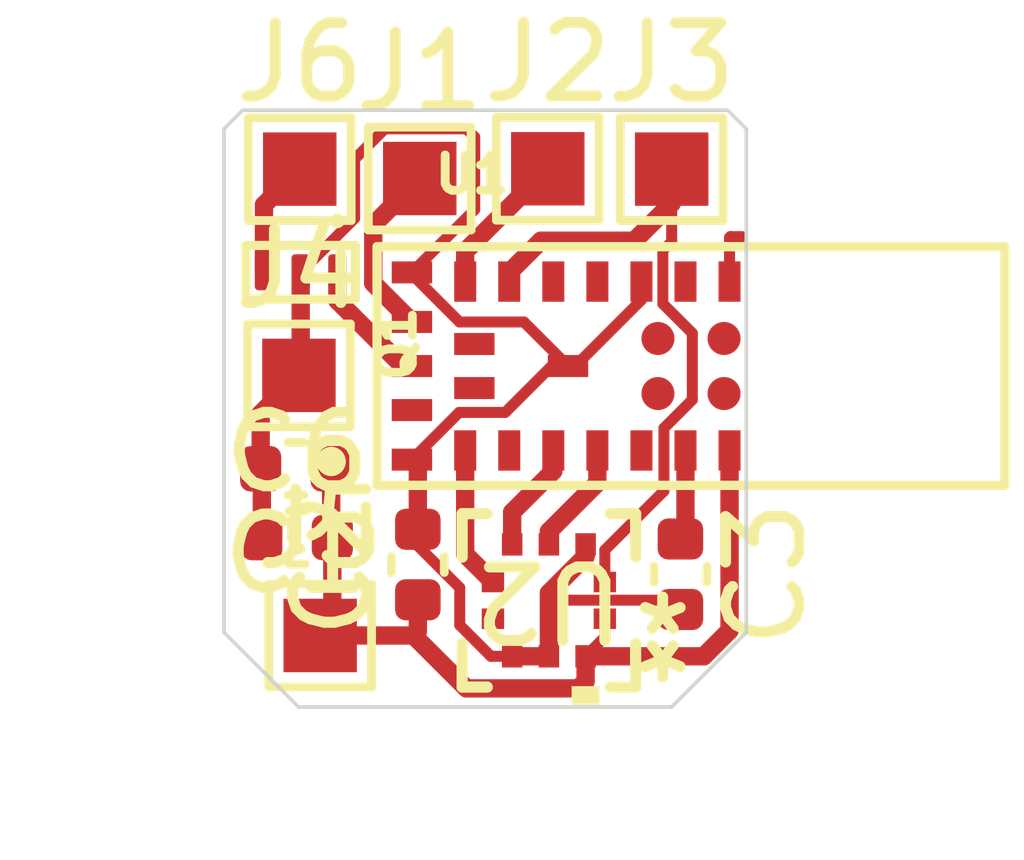
<source format=kicad_pcb>
(kicad_pcb (version 20241229) (generator "pcbnew") (generator_version "9.0")
  (layers (0 "F.Cu" signal) (2 "B.Cu" signal) (13 "F.Paste" user) (15 "B.Paste" user) (5 "F.SilkS" user "F.Silkscreen") (7 "B.SilkS" user "B.Silkscreen") (1 "F.Mask" user) (3 "B.Mask" user) (25 "Edge.Cuts" user))
  (net 0 "")
  (net 1 "Net-(J4-Pin_1)")
  (net 2 "Net-(J5-Pin_1)")
  (net 3 "Net-(U1-DEC4)")
  (net 4 "Net-(J1-Pin_1)")
  (net 5 "Net-(J2-Pin_1)")
  (net 6 "Net-(J3-Pin_1)")
  (net 7 "Net-(J6-Pin_1)")
  (net 8 "Net-(Q1-G)")
  (net 17 "unconnected-(U1-OUT_ANT-Pad11)")
  (net 20 "Net-(U1-P0.01{slash}XL2)")
  (net 22 "Net-(U1-P0.06)")
  (net 25 "Net-(U1-P0.00{slash}XL1)")
  (net 26 "Net-(U2-VDDIO)")
  (footprint "TestPoint:TestPoint_Pad_1.0x1.0mm" (layer "F.Cu") (at 103.925282 78.019406)
    (property "Reference" "J5" (at 0 -1.448 0) (layer "F.SilkS"))
    (property "Value" "VDD")
    (fp_line (start -0.7 -0.7) (end 0.7 -0.7) (stroke (width 0.12)) (layer "F.SilkS"))
    (fp_line (start -0.7 0.7) (end -0.7 -0.7) (stroke (width 0.12)) (layer "F.SilkS"))
    (fp_line (start 0.7 -0.7) (end 0.7 0.7) (stroke (width 0.12)) (layer "F.SilkS"))
    (fp_line (start 0.7 0.7) (end -0.7 0.7) (stroke (width 0.12)) (layer "F.SilkS"))
    (pad "1" smd rect (at 0 0) (size 1 1) (layers "F.Cu" "F.Mask") (net 2 "Net-(J5-Pin_1)"))
  )
  (footprint "Capacitor_SMD:C_0402_1005Metric" (layer "F.Cu") (at 108.830905 77.185346 -90)
    (property "Reference" "C3" (at 0 -1.16 90) (layer "F.SilkS"))
    (property "Value" "1uF_0402")
    (fp_line (start -0.107836 0.36) (end 0.107836 0.36) (stroke (width 0.12)) (layer "F.SilkS"))
    (fp_line (start -0.107836 -0.36) (end 0.107836 -0.36) (stroke (width 0.12)) (layer "F.SilkS"))
    (pad "1" smd roundrect (at -0.48 0 270) (size 0.56 0.62) (layers "F.Cu" "F.Mask" "F.Paste") (net 3 "Net-(U1-DEC4)"))
    (pad "2" smd roundrect (at 0.48 0 270) (size 0.56 0.62) (layers "F.Cu" "F.Mask" "F.Paste") (net 1 "Net-(J4-Pin_1)"))
  )
  (footprint "footprints:LGA10_2.0X2.0X0.95_BOS" (layer "F.Cu") (at 107.039898 77.541132 180)
    (property "Reference" "U2" (at 0 0 180) (layer "F.SilkS"))
    (property "Value" "BMP384")
    (fp_line (start 1.1811 1.1811) (end 1.1811 0.588664) (stroke (width 0.1524)) (layer "F.SilkS"))
    (fp_line (start 1.1811 -0.588664) (end 1.1811 -1.1811) (stroke (width 0.1524)) (layer "F.SilkS"))
    (fp_line (start 1.1811 -1.1811) (end 0.838664 -1.1811) (stroke (width 0.1524)) (layer "F.SilkS"))
    (fp_line (start 0.838664 1.1811) (end 1.1811 1.1811) (stroke (width 0.1524)) (layer "F.SilkS"))
    (fp_line (start -0.838664 -1.1811) (end -1.1811 -1.1811) (stroke (width 0.1524)) (layer "F.SilkS"))
    (fp_line (start -1.1811 1.1811) (end -0.838664 1.1811) (stroke (width 0.1524)) (layer "F.SilkS"))
    (fp_line (start -1.1811 0.588664) (end -1.1811 1.1811) (stroke (width 0.1524)) (layer "F.SilkS"))
    (fp_line (start -1.1811 -1.1811) (end -1.1811 -0.588664) (stroke (width 0.1524)) (layer "F.SilkS"))
    (fp_poly (pts (xy -0.690499 -1.1684) (xy -0.690499 -1.4224) (xy -0.309499 -1.4224) (xy -0.309499 -1.1684)) (fill yes) (layer "F.SilkS"))
    (fp_text user "*" (at -1.5494 -0.5 0) (layer "F.SilkS"))
    (fp_text user "*" (at -1.5494 -0.5 180) (layer "F.SilkS"))
    (pad "1" smd rect (at -0.762 -0.25 270) (size 0.2794 0.3048) (layers "F.Cu" "F.Mask" "F.Paste") (net 26 "Net-(U2-VDDIO)"))
    (pad "2" smd rect (at -0.762 0.25 270) (size 0.2794 0.3048) (layers "F.Cu" "F.Mask" "F.Paste") (net 6 "Net-(J3-Pin_1)"))
    (pad "3" smd rect (at -0.499999 0.762 180) (size 0.2794 0.3048) (layers "F.Cu" "F.Mask" "F.Paste") (net 1 "Net-(J4-Pin_1)"))
    (pad "4" smd rect (at 0 0.762 180) (size 0.2794 0.3048) (layers "F.Cu" "F.Mask" "F.Paste") (net 20 "Net-(U1-P0.01{slash}XL2)"))
    (pad "5" smd rect (at 0.499999 0.762 180) (size 0.2794 0.3048) (layers "F.Cu" "F.Mask" "F.Paste") (net 25 "Net-(U1-P0.00{slash}XL1)"))
    (pad "6" smd rect (at 0.762 0.25 270) (size 0.2794 0.3048) (layers "F.Cu" "F.Mask" "F.Paste") (net 22 "Net-(U1-P0.06)"))
    (pad "7" smd rect (at 0.762 -0.25 270) (size 0.2794 0.3048) (layers "F.Cu" "F.Mask" "F.Paste"))
    (pad "8" smd rect (at 0.499999 -0.762 180) (size 0.2794 0.3048) (layers "F.Cu" "F.Mask" "F.Paste") (net 1 "Net-(J4-Pin_1)"))
    (pad "9" smd rect (at 0 -0.762 180) (size 0.2794 0.3048) (layers "F.Cu" "F.Mask" "F.Paste") (net 1 "Net-(J4-Pin_1)"))
    (pad "10" smd rect (at -0.499999 -0.762 180) (size 0.2794 0.3048) (layers "F.Cu" "F.Mask" "F.Paste") (net 2 "Net-(J5-Pin_1)"))
  )
  (footprint "Capacitor_SMD:C_0402_1005Metric" (layer "F.Cu") (at 103.61078 76.685853)
    (property "Reference" "C6" (at 0 -1.16 0) (layer "F.SilkS"))
    (property "Value" "100nF")
    (fp_line (start -0.107836 -0.36) (end 0.107836 -0.36) (stroke (width 0.12)) (layer "F.SilkS"))
    (fp_line (start -0.107836 0.36) (end 0.107836 0.36) (stroke (width 0.12)) (layer "F.SilkS"))
    (pad "1" smd roundrect (at -0.48 0) (size 0.56 0.62) (layers "F.Cu" "F.Mask" "F.Paste") (net 1 "Net-(J4-Pin_1)"))
    (pad "2" smd roundrect (at 0.48 0) (size 0.56 0.62) (layers "F.Cu" "F.Mask" "F.Paste") (net 2 "Net-(J5-Pin_1)"))
  )
  (footprint "TestPoint:TestPoint_Pad_1.0x1.0mm" (layer "F.Cu") (at 103.647128 71.668605)
    (property "Reference" "J6" (at 0 -1.448 0) (layer "F.SilkS"))
    (property "Value" "LED_DRAIN")
    (fp_line (start -0.7 -0.7) (end 0.7 -0.7) (stroke (width 0.12)) (layer "F.SilkS"))
    (fp_line (start -0.7 0.7) (end -0.7 -0.7) (stroke (width 0.12)) (layer "F.SilkS"))
    (fp_line (start 0.7 -0.7) (end 0.7 0.7) (stroke (width 0.12)) (layer "F.SilkS"))
    (fp_line (start 0.7 0.7) (end -0.7 0.7) (stroke (width 0.12)) (layer "F.SilkS"))
    (pad "1" smd rect (at 0 0) (size 1 1) (layers "F.Cu" "F.Mask") (net 7 "Net-(J6-Pin_1)"))
  )
  (footprint "TestPoint:TestPoint_Pad_1.0x1.0mm" (layer "F.Cu") (at 105.281186 71.796801)
    (property "Reference" "J1" (at 0 -1.448 0) (layer "F.SilkS"))
    (property "Value" "RESET")
    (fp_line (start -0.7 -0.7) (end 0.7 -0.7) (stroke (width 0.12)) (layer "F.SilkS"))
    (fp_line (start -0.7 0.7) (end -0.7 -0.7) (stroke (width 0.12)) (layer "F.SilkS"))
    (fp_line (start 0.7 -0.7) (end 0.7 0.7) (stroke (width 0.12)) (layer "F.SilkS"))
    (fp_line (start 0.7 0.7) (end -0.7 0.7) (stroke (width 0.12)) (layer "F.SilkS"))
    (pad "1" smd rect (at 0 0) (size 1 1) (layers "F.Cu" "F.Mask") (net 4 "Net-(J1-Pin_1)"))
  )
  (footprint "EYSHSNZWZ:XCVR_EYSHSNZWZ" (layer "F.Cu") (at 108.975 74.35)
    (property "Reference" "U1" (at -2.98092 -2.609104 0) (layer "F.SilkS") (effects (font (size 0.480794 0.480794))))
    (property "Value" "EYSHSNZWZ_module_stub")
    (fp_line (start -4.275 -1.625) (end 4.275 -1.625) (stroke (width 0.127)) (layer "F.SilkS"))
    (fp_line (start -4.275 1.625) (end -4.275 -1.625) (stroke (width 0.127)) (layer "F.SilkS"))
    (fp_line (start 4.275 -1.625) (end 4.275 1.625) (stroke (width 0.127)) (layer "F.SilkS"))
    (fp_line (start 4.275 1.625) (end -4.275 1.625) (stroke (width 0.127)) (layer "F.SilkS"))
    (fp_circle (center -4.9 1.3) (end -4.8 1.3) (stroke (width 0.2)) (fill no) (layer "F.SilkS"))
    (pad "1" smd rect (at -3.8 1.275) (size 0.55 0.3) (layers "F.Cu" "F.Mask") (net 1 "Net-(J4-Pin_1)"))
    (pad "2" smd rect (at -3.075 1.15) (size 0.3 0.55) (layers "F.Cu" "F.Mask") (net 22 "Net-(U1-P0.06)"))
    (pad "3" smd rect (at -2.475 1.15) (size 0.3 0.55) (layers "F.Cu" "F.Mask"))
    (pad "4" smd rect (at -1.875 1.15) (size 0.3 0.55) (layers "F.Cu" "F.Mask") (net 25 "Net-(U1-P0.00{slash}XL1)"))
    (pad "5" smd rect (at -1.275 1.15) (size 0.3 0.55) (layers "F.Cu" "F.Mask") (net 20 "Net-(U1-P0.01{slash}XL2)"))
    (pad "6" smd rect (at -0.675 1.15) (size 0.3 0.55) (layers "F.Cu" "F.Mask"))
    (pad "7" smd rect (at -0.075 1.15) (size 0.3 0.55) (layers "F.Cu" "F.Mask") (net 3 "Net-(U1-DEC4)"))
    (pad "8" smd rect (at 0.525 1.15) (size 0.3 0.55) (layers "F.Cu" "F.Mask") (net 2 "Net-(J5-Pin_1)"))
    (pad "9" smd circle (at 0.45 0.375) (size 0.45 0.45) (layers "F.Cu" "F.Mask"))
    (pad "10" smd circle (at 0.45 -0.375) (size 0.45 0.45) (layers "F.Cu" "F.Mask"))
    (pad "11" smd rect (at 0.525 -1.15) (size 0.3 0.55) (layers "F.Cu" "F.Mask") (net 17 "unconnected-(U1-OUT_ANT-Pad11)"))
    (pad "12" smd rect (at -0.075 -1.15) (size 0.3 0.55) (layers "F.Cu" "F.Mask"))
    (pad "13" smd rect (at -0.675 -1.15) (size 0.3 0.55) (layers "F.Cu" "F.Mask") (net 1 "Net-(J4-Pin_1)"))
    (pad "14" smd rect (at -1.275 -1.15) (size 0.3 0.55) (layers "F.Cu" "F.Mask"))
    (pad "15" smd rect (at -1.875 -1.15) (size 0.3 0.55) (layers "F.Cu" "F.Mask"))
    (pad "16" smd rect (at -2.475 -1.15) (size 0.3 0.55) (layers "F.Cu" "F.Mask") (net 6 "Net-(J3-Pin_1)"))
    (pad "17" smd rect (at -3.075 -1.15) (size 0.3 0.55) (layers "F.Cu" "F.Mask") (net 5 "Net-(J2-Pin_1)"))
    (pad "18" smd rect (at -3.8 -1.275) (size 0.55 0.3) (layers "F.Cu" "F.Mask") (net 1 "Net-(J4-Pin_1)"))
    (pad "19" smd rect (at -3.8 -0.6) (size 0.55 0.3) (layers "F.Cu" "F.Mask") (net 4 "Net-(J1-Pin_1)"))
    (pad "20" smd rect (at -3.8 0) (size 0.55 0.3) (layers "F.Cu" "F.Mask") (net 8 "Net-(Q1-G)"))
    (pad "21" smd rect (at -3.8 0.6) (size 0.55 0.3) (layers "F.Cu" "F.Mask"))
    (pad "22" smd rect (at -2.95 0.3) (size 0.55 0.3) (layers "F.Cu" "F.Mask"))
    (pad "23" smd circle (at -0.45 0.375) (size 0.45 0.45) (layers "F.Cu" "F.Mask"))
    (pad "24" smd circle (at -0.45 -0.375) (size 0.45 0.45) (layers "F.Cu" "F.Mask"))
    (pad "25" smd rect (at -2.95 -0.3) (size 0.55 0.3) (layers "F.Cu" "F.Mask"))
    (pad "26" smd rect (at -1.675 0) (size 0.55 0.3) (layers "F.Cu" "F.Mask") (net 1 "Net-(J4-Pin_1)"))
  )
  (footprint "TestPoint:TestPoint_Pad_1.0x1.0mm" (layer "F.Cu") (at 107.024773 71.663823)
    (property "Reference" "J2" (at 0 -1.448 0) (layer "F.SilkS"))
    (property "Value" "SWDIO")
    (fp_line (start -0.7 -0.7) (end 0.7 -0.7) (stroke (width 0.12)) (layer "F.SilkS"))
    (fp_line (start -0.7 0.7) (end -0.7 -0.7) (stroke (width 0.12)) (layer "F.SilkS"))
    (fp_line (start 0.7 -0.7) (end 0.7 0.7) (stroke (width 0.12)) (layer "F.SilkS"))
    (fp_line (start 0.7 0.7) (end -0.7 0.7) (stroke (width 0.12)) (layer "F.SilkS"))
    (pad "1" smd rect (at 0 0) (size 1 1) (layers "F.Cu" "F.Mask") (net 5 "Net-(J2-Pin_1)"))
  )
  (footprint "CSD13385F5:TRANS_CSD13385F5" (layer "F.Cu") (at 103.659905 73.073171 -90)
    (property "Reference" "Q1" (at 0.974 -1.3048 90) (layer "F.SilkS") (effects (font (size 0.48 0.48))))
    (property "Value" "CSD13385F5")
    (fp_line (start -0.365 0.745) (end -0.365 -0.745) (stroke (width 0.125)) (layer "F.SilkS"))
    (fp_line (start 0.365 0.745) (end -0.365 0.745) (stroke (width 0.125)) (layer "F.SilkS"))
    (fp_line (start -0.365 -0.745) (end 0.365 -0.745) (stroke (width 0.125)) (layer "F.SilkS"))
    (fp_line (start 0.365 -0.745) (end 0.365 0.745) (stroke (width 0.125)) (layer "F.SilkS"))
    (fp_circle (center -0.7 -0.5) (end -0.65 -0.5) (stroke (width 0.1)) (fill no) (layer "F.SilkS"))
    (pad "1" smd roundrect (at 0 -0.5 270) (size 0.49 0.25) (layers "F.Cu") (roundrect_rratio 0.2) (net 8 "Net-(Q1-G)"))
    (pad "2" smd roundrect (at 0 0 270) (size 0.49 0.25) (layers "F.Cu") (roundrect_rratio 0.2) (net 1 "Net-(J4-Pin_1)"))
    (pad "3" smd roundrect (at 0 0.5 270) (size 0.49 0.25) (layers "F.Cu") (roundrect_rratio 0.2) (net 7 "Net-(J6-Pin_1)"))
  )
  (footprint "TestPoint:TestPoint_Pad_1.0x1.0mm" (layer "F.Cu") (at 108.712 71.668605)
    (property "Reference" "J3" (at 0 -1.448 0) (layer "F.SilkS"))
    (property "Value" "SWDCLK")
    (fp_line (start -0.7 -0.7) (end 0.7 -0.7) (stroke (width 0.12)) (layer "F.SilkS"))
    (fp_line (start -0.7 0.7) (end -0.7 -0.7) (stroke (width 0.12)) (layer "F.SilkS"))
    (fp_line (start 0.7 -0.7) (end 0.7 0.7) (stroke (width 0.12)) (layer "F.SilkS"))
    (fp_line (start 0.7 0.7) (end -0.7 0.7) (stroke (width 0.12)) (layer "F.SilkS"))
    (pad "1" smd rect (at 0 0) (size 1 1) (layers "F.Cu" "F.Mask") (net 6 "Net-(J3-Pin_1)"))
  )
  (footprint "TestPoint:TestPoint_Pad_1.0x1.0mm" (layer "F.Cu") (at 103.63598 74.477736)
    (property "Reference" "J4" (at 0 -1.448 0) (layer "F.SilkS"))
    (property "Value" "GND")
    (fp_line (start -0.7 -0.7) (end 0.7 -0.7) (stroke (width 0.12)) (layer "F.SilkS"))
    (fp_line (start -0.7 0.7) (end -0.7 -0.7) (stroke (width 0.12)) (layer "F.SilkS"))
    (fp_line (start 0.7 -0.7) (end 0.7 0.7) (stroke (width 0.12)) (layer "F.SilkS"))
    (fp_line (start 0.7 0.7) (end -0.7 0.7) (stroke (width 0.12)) (layer "F.SilkS"))
    (pad "1" smd rect (at 0 0) (size 1 1) (layers "F.Cu" "F.Mask") (net 1 "Net-(J4-Pin_1)"))
  )
  (footprint "Capacitor_SMD:C_0402_1005Metric" (layer "F.Cu") (at 103.595 75.75 180)
    (property "Reference" "C1" (at 0 -1.16 0) (layer "F.SilkS"))
    (property "Value" "4.7uF_X5R")
    (fp_line (start -0.107836 0.36) (end 0.107836 0.36) (stroke (width 0.12)) (layer "F.SilkS"))
    (fp_line (start -0.107836 -0.36) (end 0.107836 -0.36) (stroke (width 0.12)) (layer "F.SilkS"))
    (pad "1" smd roundrect (at -0.48 0 180) (size 0.56 0.62) (layers "F.Cu" "F.Mask" "F.Paste") (net 2 "Net-(J5-Pin_1)"))
    (pad "2" smd roundrect (at 0.48 0 180) (size 0.56 0.62) (layers "F.Cu" "F.Mask" "F.Paste") (net 1 "Net-(J4-Pin_1)"))
  )
  (footprint "Capacitor_SMD:C_0402_1005Metric" (layer "F.Cu") (at 105.255263 77.053434 90)
    (property "Reference" "C2" (at 0 -1.16 90) (layer "F.SilkS"))
    (property "Value" "0.1uF_X5R")
    (fp_line (start -0.107836 -0.36) (end 0.107836 -0.36) (stroke (width 0.12)) (layer "F.SilkS"))
    (fp_line (start -0.107836 0.36) (end 0.107836 0.36) (stroke (width 0.12)) (layer "F.SilkS"))
    (pad "1" smd roundrect (at -0.48 0 90) (size 0.56 0.62) (layers "F.Cu" "F.Mask" "F.Paste") (net 2 "Net-(J5-Pin_1)"))
    (pad "2" smd roundrect (at 0.48 0 90) (size 0.56 0.62) (layers "F.Cu" "F.Mask" "F.Paste") (net 1 "Net-(J4-Pin_1)"))
  )
  (gr_line (start 109.728 77.978) (end 108.712 78.994) (stroke (width 0.05)) (layer "Edge.Cuts"))
  (gr_line (start 102.616 71.12) (end 102.87 70.866) (stroke (width 0.05)) (layer "Edge.Cuts"))
  (gr_line (start 103.632 78.994) (end 108.712 78.994) (stroke (width 0.05)) (layer "Edge.Cuts"))
  (gr_line (start 109.474 70.866) (end 109.728 71.12) (stroke (width 0.05)) (layer "Edge.Cuts"))
  (gr_line (start 102.616 77.978) (end 102.616 71.12) (stroke (width 0.05)) (layer "Edge.Cuts"))
  (gr_line (start 102.87 70.866) (end 109.474 70.866) (stroke (width 0.05)) (layer "Edge.Cuts"))
  (gr_line (start 109.728 77.978) (end 109.728 71.12) (stroke (width 0.05)) (layer "Edge.Cuts"))
  (gr_line (start 102.616 77.978) (end 103.632 78.994) (stroke (width 0.05)) (layer "Edge.Cuts"))
  (segment (start 105.817908 74.982092) (end 106.445238 74.982092) (width 0.15) (layer "F.Cu") (net 1))
  (segment (start 107.539897 76.941071) (end 107.039898 77.44107) (width 0.25) (layer "F.Cu") (net 1))
  (segment (start 107.07733 74.35) (end 106.445238 74.982092) (width 0.15) (layer "F.Cu") (net 1))
  (segment (start 107.039898 77.44107) (end 107.039898 77.525705) (width 0.15) (layer "F.Cu") (net 1))
  (segment (start 103.13078 76.685853) (end 103.13078 75.76578) (width 0.25) (layer "F.Cu") (net 1))
  (segment (start 107.3 74.35) (end 107.07733 74.35) (width 0.15) (layer "F.Cu") (net 1))
  (segment (start 103.659905 74.453811) (end 103.63598 74.477736) (width 0.25) (layer "F.Cu") (net 1))
  (segment (start 106.029296 71.231296) (end 105.918 71.12) (width 0.15) (layer "F.Cu") (net 1))
  (segment (start 105.825713 77.878646) (end 106.250199 78.303132) (width 0.15) (layer "F.Cu") (net 1))
  (segment (start 106.250199 78.303132) (end 106.539899 78.303132) (width 0.15) (layer "F.Cu") (net 1))
  (segment (start 107.4 74.35) (end 108.3 73.45) (width 0.15) (layer "F.Cu") (net 1))
  (segment (start 103.115 74.998716) (end 103.63598 74.477736) (width 0.25) (layer "F.Cu") (net 1))
  (segment (start 105.825713 77.369065) (end 105.825713 77.878646) (width 0.15) (layer "F.Cu") (net 1))
  (segment (start 107.039898 78.303132) (end 106.539899 78.303132) (width 0.25) (layer "F.Cu") (net 1))
  (segment (start 106.7 73.75) (end 105.822716 73.75) (width 0.15) (layer "F.Cu") (net 1))
  (segment (start 105.255263 76.573434) (end 105.255263 75.705263) (width 0.25) (layer "F.Cu") (net 1))
  (segment (start 108.3 73.45) (end 108.3 73.2) (width 0.15) (layer "F.Cu") (net 1))
  (segment (start 107.039898 77.44107) (end 107.039898 78.303132) (width 0.25) (layer "F.Cu") (net 1))
  (segment (start 105.255263 75.705263) (end 105.175 75.625) (width 0.25) (layer "F.Cu") (net 1))
  (segment (start 103.659905 73.073171) (end 103.659905 74.453811) (width 0.25) (layer "F.Cu") (net 1))
  (segment (start 105.175 75.625) (end 105.817908 74.982092) (width 0.15) (layer "F.Cu") (net 1))
  (segment (start 105.175 73.102284) (end 105.175 73.075) (width 0.15) (layer "F.Cu") (net 1))
  (segment (start 103.115 75.75) (end 103.115 74.998716) (width 0.25) (layer "F.Cu") (net 1))
  (segment (start 104.394 71.531987) (end 104.394 72.339076) (width 0.15) (layer "F.Cu") (net 1))
  (segment (start 105.918 71.12) (end 104.805987 71.12) (width 0.15) (layer "F.Cu") (net 1))
  (segment (start 107.539897 76.779132) (end 107.539897 76.941071) (width 0.25) (layer "F.Cu") (net 1))
  (segment (start 105.255263 76.573434) (end 105.255263 76.798615) (width 0.15) (layer "F.Cu") (net 1))
  (segment (start 104.805987 71.12) (end 104.394 71.531987) (width 0.15) (layer "F.Cu") (net 1))
  (segment (start 105.822716 73.75) (end 105.175 73.102284) (width 0.15) (layer "F.Cu") (net 1))
  (segment (start 108.704553 77.538994) (end 107.137822 77.538994) (width 0.15) (layer "F.Cu") (net 1))
  (segment (start 107.3 74.35) (end 106.7 73.75) (width 0.15) (layer "F.Cu") (net 1))
  (segment (start 103.13078 75.76578) (end 103.115 75.75) (width 0.25) (layer "F.Cu") (net 1))
  (segment (start 106.029296 72.220704) (end 106.029296 71.231296) (width 0.15) (layer "F.Cu") (net 1))
  (segment (start 105.255263 76.798615) (end 105.825713 77.369065) (width 0.15) (layer "F.Cu") (net 1))
  (segment (start 107.3 74.35) (end 107.4 74.35) (width 0.15) (layer "F.Cu") (net 1))
  (segment (start 108.830905 77.665346) (end 108.704553 77.538994) (width 0.15) (layer "F.Cu") (net 1))
  (segment (start 105.175 73.075) (end 106.029296 72.220704) (width 0.15) (layer "F.Cu") (net 1))
  (segment (start 104.394 72.339076) (end 103.659905 73.073171) (width 0.15) (layer "F.Cu") (net 1))
  (segment (start 107.137822 77.538994) (end 107.039898 77.44107) (width 0.15) (layer "F.Cu") (net 1))
  (segment (start 103.925282 78.019406) (end 105.197406 78.019406) (width 0.25) (layer "F.Cu") (net 2))
  (segment (start 107.801898 78.041131) (end 107.539897 78.303132) (width 0.15) (layer "F.Cu") (net 2))
  (segment (start 107.442 78.74) (end 107.539897 78.642103) (width 0.25) (layer "F.Cu") (net 2))
  (segment (start 107.801898 77.791132) (end 107.801898 78.041131) (width 0.15) (layer "F.Cu") (net 2))
  (segment (start 105.918 78.74) (end 107.442 78.74) (width 0.25) (layer "F.Cu") (net 2))
  (segment (start 104.075 76.670073) (end 104.09078 76.685853) (width 0.25) (layer "F.Cu") (net 2))
  (segment (start 105.197406 78.019406) (end 105.255263 77.961549) (width 0.25) (layer "F.Cu") (net 2))
  (segment (start 104.075 75.75) (end 104.075 76.670073) (width 0.25) (layer "F.Cu") (net 2))
  (segment (start 109.5 75.5) (end 109.5 77.952) (width 0.25) (layer "F.Cu") (net 2))
  (segment (start 109.148868 78.303132) (end 107.539897 78.303132) (width 0.25) (layer "F.Cu") (net 2))
  (segment (start 105.255263 77.961549) (end 105.255263 77.533434) (width 0.25) (layer "F.Cu") (net 2))
  (segment (start 107.539897 78.642103) (end 107.539897 78.303132) (width 0.25) (layer "F.Cu") (net 2))
  (segment (start 104.09078 76.685853) (end 104.09078 77.853908) (width 0.25) (layer "F.Cu") (net 2))
  (segment (start 105.197406 78.019406) (end 105.918 78.74) (width 0.25) (layer "F.Cu") (net 2))
  (segment (start 109.5 77.952) (end 109.148868 78.303132) (width 0.25) (layer "F.Cu") (net 2))
  (segment (start 104.09078 77.853908) (end 103.925282 78.019406) (width 0.25) (layer "F.Cu") (net 2))
  (segment (start 108.9 76.636251) (end 108.830905 76.705346) (width 0.25) (layer "F.Cu") (net 3))
  (segment (start 108.9 75.5) (end 108.9 76.636251) (width 0.25) (layer "F.Cu") (net 3))
  (segment (start 104.648 72.429987) (end 105.281186 71.796801) (width 0.25) (layer "F.Cu") (net 4))
  (segment (start 104.648 73.223) (end 104.648 72.429987) (width 0.25) (layer "F.Cu") (net 4))
  (segment (start 104.648 73.223) (end 105.175 73.75) (width 0.25) (layer "F.Cu") (net 4))
  (segment (start 105.9 73.2) (end 105.9 72.788596) (width 0.25) (layer "F.Cu") (net 5))
  (segment (start 105.9 72.788596) (end 107.024773 71.663823) (width 0.25) (layer "F.Cu") (net 5))
  (segment (start 108.993071 74.809519) (end 108.993071 73.902867) (width 0.15) (layer "F.Cu") (net 6))
  (segment (start 107.801898 77.291132) (end 107.801898 76.856102) (width 0.15) (layer "F.Cu") (net 6))
  (segment (start 106.931 72.644) (end 108.204 72.644) (width 0.25) (layer "F.Cu") (net 6))
  (segment (start 108.60663 76.05137) (end 108.60663 75.19596) (width 0.15) (layer "F.Cu") (net 6))
  (segment (start 108.591644 73.50144) (end 108.591644 72.777644) (width 0.15) (layer "F.Cu") (net 6))
  (segment (start 108.712 72.657288) (end 108.712 72.136) (width 0.15) (layer "F.Cu") (net 6))
  (segment (start 108.712 72.136) (end 108.712 71.628) (width 0.15) (layer "F.Cu") (net 6))
  (segment (start 107.801898 76.856102) (end 108.60663 76.05137) (width 0.15) (layer "F.Cu") (net 6))
  (segment (start 108.60663 75.19596) (end 108.993071 74.809519) (width 0.15) (layer "F.Cu") (net 6))
  (segment (start 108.204 72.644) (end 108.712 72.136) (width 0.25) (layer "F.Cu") (net 6))
  (segment (start 108.591644 72.777644) (end 108.712 72.657288) (width 0.15) (layer "F.Cu") (net 6))
  (segment (start 106.5 73.075) (end 106.931 72.644) (width 0.25) (layer "F.Cu") (net 6))
  (segment (start 106.5 73.2) (end 106.5 73.075) (width 0.25) (layer "F.Cu") (net 6))
  (segment (start 108.993071 73.902867) (end 108.591644 73.50144) (width 0.15) (layer "F.Cu") (net 6))
  (segment (start 103.159905 72.155828) (end 103.159905 73.073171) (width 0.25) (layer "F.Cu") (net 7))
  (segment (start 103.647128 71.668605) (end 103.159905 72.155828) (width 0.25) (layer "F.Cu") (net 7))
  (segment (start 105.175 74.35) (end 105.05 74.35) (width 0.25) (layer "F.Cu") (net 8))
  (segment (start 104.159905 73.459905) (end 104.159905 73.073171) (width 0.25) (layer "F.Cu") (net 8))
  (segment (start 105.05 74.35) (end 104.159905 73.459905) (width 0.25) (layer "F.Cu") (net 8))
  (segment (start 109.511837 72.588236) (end 109.509684 72.590389) (width 0.15) (layer "F.Cu") (net 17))
  (segment (start 109.671093 72.588236) (end 109.511837 72.588236) (width 0.15) (layer "F.Cu") (net 17))
  (segment (start 109.5 72.600073) (end 109.5 73.2) (width 0.15) (layer "F.Cu") (net 17))
  (segment (start 109.509684 72.590389) (end 109.5 72.600073) (width 0.15) (layer "F.Cu") (net 17))
  (segment (start 107.7 75.942) (end 107.7 75.5) (width 0.25) (layer "F.Cu") (net 20))
  (segment (start 107.039898 76.779132) (end 107.039898 76.602102) (width 0.25) (layer "F.Cu") (net 20))
  (segment (start 107.039898 76.602102) (end 107.7 75.942) (width 0.25) (layer "F.Cu") (net 20))
  (segment (start 105.9 75.5) (end 105.9 76.913234) (width 0.25) (layer "F.Cu") (net 22))
  (segment (start 105.9 76.913234) (end 106.277898 77.291132) (width 0.25) (layer "F.Cu") (net 22))
  (segment (start 106.539899 76.779132) (end 106.539899 76.340101) (width 0.25) (layer "F.Cu") (net 25))
  (segment (start 107.1 75.78) (end 107.1 75.5) (width 0.25) (layer "F.Cu") (net 25))
  (segment (start 106.539899 76.340101) (end 107.1 75.78) (width 0.25) (layer "F.Cu") (net 25))
)
</source>
